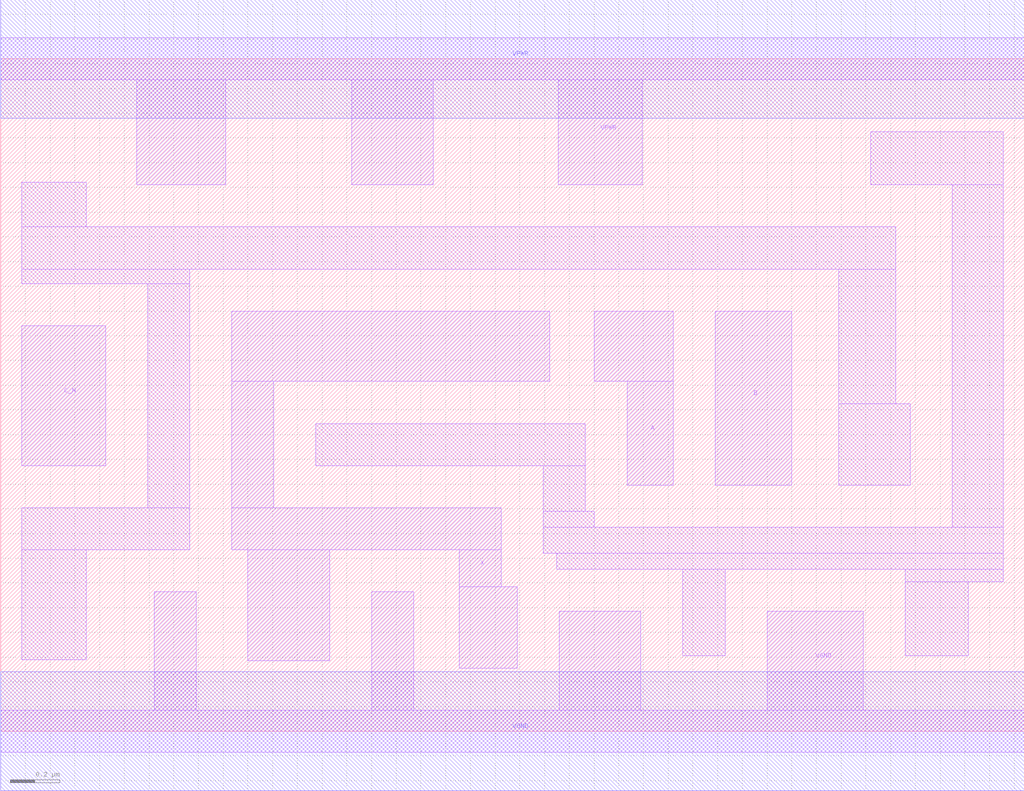
<source format=lef>
# Copyright 2020 The SkyWater PDK Authors
#
# Licensed under the Apache License, Version 2.0 (the "License");
# you may not use this file except in compliance with the License.
# You may obtain a copy of the License at
#
#     https://www.apache.org/licenses/LICENSE-2.0
#
# Unless required by applicable law or agreed to in writing, software
# distributed under the License is distributed on an "AS IS" BASIS,
# WITHOUT WARRANTIES OR CONDITIONS OF ANY KIND, either express or implied.
# See the License for the specific language governing permissions and
# limitations under the License.
#
# SPDX-License-Identifier: Apache-2.0

VERSION 5.5 ;
NAMESCASESENSITIVE ON ;
BUSBITCHARS "[]" ;
DIVIDERCHAR "/" ;
MACRO sky130_fd_sc_hd__or3b_4
  CLASS CORE ;
  SOURCE USER ;
  ORIGIN  0.000000  0.000000 ;
  SIZE  4.140000 BY  2.720000 ;
  SYMMETRY X Y R90 ;
  SITE unithd ;
  PIN A
    ANTENNAGATEAREA  0.247500 ;
    DIRECTION INPUT ;
    USE SIGNAL ;
    PORT
      LAYER li1 ;
        RECT 2.400000 1.415000 2.720000 1.700000 ;
        RECT 2.535000 0.995000 2.720000 1.415000 ;
    END
  END A
  PIN B
    ANTENNAGATEAREA  0.247500 ;
    DIRECTION INPUT ;
    USE SIGNAL ;
    PORT
      LAYER li1 ;
        RECT 2.890000 0.995000 3.200000 1.700000 ;
    END
  END B
  PIN C_N
    ANTENNAGATEAREA  0.126000 ;
    DIRECTION INPUT ;
    USE SIGNAL ;
    PORT
      LAYER li1 ;
        RECT 0.085000 1.075000 0.425000 1.640000 ;
    END
  END C_N
  PIN X
    ANTENNADIFFAREA  0.891000 ;
    DIRECTION OUTPUT ;
    USE SIGNAL ;
    PORT
      LAYER li1 ;
        RECT 0.935000 0.735000 2.025000 0.905000 ;
        RECT 0.935000 0.905000 1.105000 1.415000 ;
        RECT 0.935000 1.415000 2.220000 1.700000 ;
        RECT 1.000000 0.285000 1.330000 0.735000 ;
        RECT 1.855000 0.255000 2.090000 0.585000 ;
        RECT 1.855000 0.585000 2.025000 0.735000 ;
    END
  END X
  PIN VGND
    DIRECTION INOUT ;
    SHAPE ABUTMENT ;
    USE GROUND ;
    PORT
      LAYER li1 ;
        RECT 0.000000 -0.085000 4.140000 0.085000 ;
        RECT 0.620000  0.085000 0.790000 0.565000 ;
        RECT 1.500000  0.085000 1.670000 0.565000 ;
        RECT 2.260000  0.085000 2.590000 0.485000 ;
        RECT 3.100000  0.085000 3.490000 0.485000 ;
    END
    PORT
      LAYER met1 ;
        RECT 0.000000 -0.240000 4.140000 0.240000 ;
    END
  END VGND
  PIN VNB
    DIRECTION INOUT ;
    USE GROUND ;
    PORT
    END
  END VNB
  PIN VPB
    DIRECTION INOUT ;
    USE POWER ;
    PORT
    END
  END VPB
  PIN VPWR
    DIRECTION INOUT ;
    SHAPE ABUTMENT ;
    USE POWER ;
    PORT
      LAYER li1 ;
        RECT 0.000000 2.635000 4.140000 2.805000 ;
        RECT 0.550000 2.210000 0.910000 2.635000 ;
        RECT 1.420000 2.210000 1.750000 2.635000 ;
        RECT 2.255000 2.210000 2.595000 2.635000 ;
    END
    PORT
      LAYER met1 ;
        RECT 0.000000 2.480000 4.140000 2.960000 ;
    END
  END VPWR
  OBS
    LAYER li1 ;
      RECT 0.085000 0.290000 0.345000 0.735000 ;
      RECT 0.085000 0.735000 0.765000 0.905000 ;
      RECT 0.085000 1.810000 0.765000 1.870000 ;
      RECT 0.085000 1.870000 3.620000 2.040000 ;
      RECT 0.085000 2.040000 0.345000 2.220000 ;
      RECT 0.595000 0.905000 0.765000 1.810000 ;
      RECT 1.275000 1.075000 2.365000 1.245000 ;
      RECT 2.195000 0.720000 4.055000 0.825000 ;
      RECT 2.195000 0.825000 2.400000 0.890000 ;
      RECT 2.195000 0.890000 2.365000 1.075000 ;
      RECT 2.250000 0.655000 4.055000 0.720000 ;
      RECT 2.760000 0.305000 2.930000 0.655000 ;
      RECT 3.390000 0.995000 3.680000 1.325000 ;
      RECT 3.390000 1.325000 3.620000 1.870000 ;
      RECT 3.520000 2.210000 4.055000 2.425000 ;
      RECT 3.660000 0.305000 3.915000 0.605000 ;
      RECT 3.660000 0.605000 4.055000 0.655000 ;
      RECT 3.850000 0.825000 4.055000 2.210000 ;
  END
END sky130_fd_sc_hd__or3b_4
END LIBRARY

</source>
